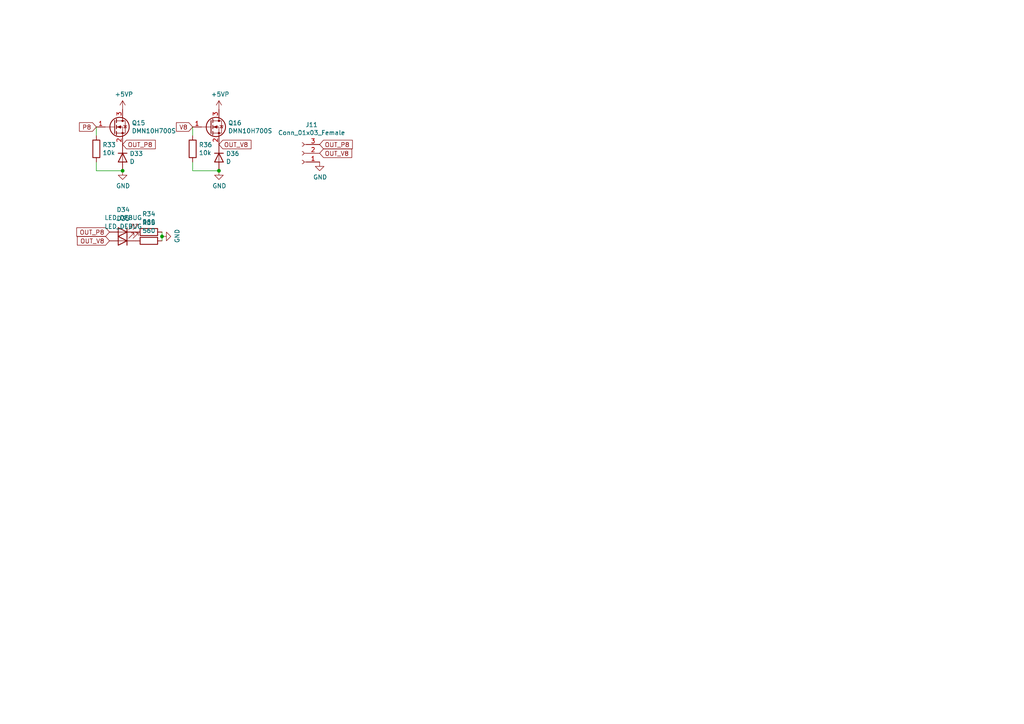
<source format=kicad_sch>
(kicad_sch (version 20211123) (generator eeschema)
  (paper "A4")
  (lib_symbols
    (symbol "Connector:Conn_01x03_Female" (pin_names (offset 1.016) hide)
      (property "Reference" "J" (at 0 5.08 0))
      (property "Value" "Conn_01x03_Female" (at 0 -5.08 0))
      (symbol "Conn_01x03_Female_1_1"
        (arc (start 0 -2.032) (mid -0.508 -2.54) (end 0 -3.048) (stroke (width 0.1524)))
        (polyline (pts (xy -1.27 -2.54) (xy -0.508 -2.54)) (stroke (width 0.1524)))
        (polyline (pts (xy -1.27 0) (xy -0.508 0)) (stroke (width 0.1524)))
        (polyline (pts (xy -1.27 2.54) (xy -0.508 2.54)) (stroke (width 0.1524)))
        (arc (start 0 0.508) (mid -0.508 0) (end 0 -0.508) (stroke (width 0.1524)))
        (arc (start 0 3.048) (mid -0.508 2.54) (end 0 2.032) (stroke (width 0.1524)))
        (pin passive line (at -5.08 2.54 0) (length 3.81) (name "Pin_1") (number "1"))
        (pin passive line (at -5.08 0 0) (length 3.81) (name "Pin_2") (number "2"))
        (pin passive line (at -5.08 -2.54 0) (length 3.81) (name "Pin_3") (number "3"))
      )
    )
    (symbol "Device:D" (pin_numbers hide) (pin_names (offset 1.016) hide)
      (property "Reference" "D" (at 0 2.54 0))
      (property "Value" "D" (at 0 -2.54 0))
      (symbol "D_0_1"
        (polyline (pts (xy -1.27 1.27) (xy -1.27 -1.27)) (stroke (width 0.254)))
        (polyline (pts (xy 1.27 0) (xy -1.27 0)))
        (polyline (pts (xy 1.27 1.27) (xy 1.27 -1.27) (xy -1.27 0) (xy 1.27 1.27)) (stroke (width 0.254)))
      )
      (symbol "D_1_1"
        (pin passive line (at -3.81 0 0) (length 2.54) (name "K") (number "1"))
        (pin passive line (at 3.81 0 180) (length 2.54) (name "A") (number "2"))
      )
    )
    (symbol "Device:LED" (pin_numbers hide) (pin_names (offset 1.016) hide)
      (property "Reference" "D" (at 0 2.54 0))
      (property "Value" "LED" (at 0 -2.54 0))
      (symbol "LED_0_1"
        (polyline (pts (xy -1.27 -1.27) (xy -1.27 1.27)) (stroke (width 0.254)))
        (polyline (pts (xy -1.27 0) (xy 1.27 0)))
        (polyline (pts (xy 1.27 -1.27) (xy 1.27 1.27) (xy -1.27 0) (xy 1.27 -1.27)) (stroke (width 0.254)))
        (polyline (pts (xy -3.048 -0.762) (xy -4.572 -2.286) (xy -3.81 -2.286) (xy -4.572 -2.286) (xy -4.572 -1.524)))
        (polyline (pts (xy -1.778 -0.762) (xy -3.302 -2.286) (xy -2.54 -2.286) (xy -3.302 -2.286) (xy -3.302 -1.524)))
      )
      (symbol "LED_1_1"
        (pin passive line (at -3.81 0 0) (length 2.54) (name "K") (number "1"))
        (pin passive line (at 3.81 0 180) (length 2.54) (name "A") (number "2"))
      )
    )
    (symbol "Device:R" (pin_numbers hide) (pin_names (offset 0))
      (property "Reference" "R" (at 2.032 0 90))
      (property "Value" "R" (at 0 0 90))
      (symbol "R_0_1"
        (rectangle (start -1.016 -2.54) (end 1.016 2.54) (stroke (width 0.254)))
      )
      (symbol "R_1_1"
        (pin passive line (at 0 3.81 270) (length 1.27) (name "~") (number "1"))
        (pin passive line (at 0 -3.81 90) (length 1.27) (name "~") (number "2"))
      )
    )
    (symbol "Transistor_FET:DMN10H700S" (pin_names hide)
      (property "Reference" "Q" (at 5.08 1.905 0))
      (property "Value" "DMN10H700S" (at 5.08 0 0))
      (symbol "DMN10H700S_0_1"
        (polyline (pts (xy 0.254 0) (xy -2.54 0)))
        (polyline (pts (xy 0.254 1.905) (xy 0.254 -1.905)) (stroke (width 0.254)))
        (polyline (pts (xy 0.762 -1.27) (xy 0.762 -2.286)) (stroke (width 0.254)))
        (polyline (pts (xy 0.762 0.508) (xy 0.762 -0.508)) (stroke (width 0.254)))
        (polyline (pts (xy 0.762 2.286) (xy 0.762 1.27)) (stroke (width 0.254)))
        (polyline (pts (xy 2.54 2.54) (xy 2.54 1.778)))
        (polyline (pts (xy 2.54 -2.54) (xy 2.54 0) (xy 0.762 0)))
        (polyline (pts (xy 0.762 -1.778) (xy 3.302 -1.778) (xy 3.302 1.778) (xy 0.762 1.778)))
        (polyline (pts (xy 1.016 0) (xy 2.032 0.381) (xy 2.032 -0.381) (xy 1.016 0)) (fill (type outline)))
        (polyline (pts (xy 2.794 0.508) (xy 2.921 0.381) (xy 3.683 0.381) (xy 3.81 0.254)))
        (polyline (pts (xy 3.302 0.381) (xy 2.921 -0.254) (xy 3.683 -0.254) (xy 3.302 0.381)))
        (circle (center 1.651 0) (radius 2.794) (stroke (width 0.254)))
        (circle (center 2.54 -1.778) (radius 0.254) (fill (type outline)))
        (circle (center 2.54 1.778) (radius 0.254) (fill (type outline)))
      )
      (symbol "DMN10H700S_1_1"
        (pin input line (at -5.08 0 0) (length 2.54) (name "G") (number "1"))
        (pin passive line (at 2.54 -5.08 90) (length 2.54) (name "S") (number "2"))
        (pin passive line (at 2.54 5.08 270) (length 2.54) (name "D") (number "3"))
      )
    )
    (symbol "power:+5VP" (power) (pin_names (offset 0))
      (property "Value" "+5VP" (at 0 3.556 0))
      (symbol "+5VP_0_1"
        (polyline (pts (xy -0.762 1.27) (xy 0 2.54)))
        (polyline (pts (xy 0 0) (xy 0 2.54)))
        (polyline (pts (xy 0 2.54) (xy 0.762 1.27)))
      )
      (symbol "+5VP_1_1"
        (pin power_in line (at 0 0 90) (length 0) hide (name "+5VP") (number "1"))
      )
    )
    (symbol "power:GND" (power) (pin_names (offset 0))
      (property "Value" "GND" (at 0 -3.81 0))
      (symbol "GND_0_1"
        (polyline (pts (xy 0 0) (xy 0 -1.27) (xy 1.27 -1.27) (xy 0 -2.54) (xy -1.27 -1.27) (xy 0 -1.27)))
      )
      (symbol "GND_1_1"
        (pin power_in line (at 0 0 270) (length 0) hide (name "GND") (number "1"))
      )
    )
  )
  (junction (at 46.99 68.58))
  (junction (at 63.5 49.53))
  (junction (at 35.56 49.53))
  (wire (pts (xy 27.94 39.37) (xy 27.94 36.83)))
  (wire (pts (xy 46.99 68.58) (xy 46.99 69.85)))
  (wire (pts (xy 27.94 46.99) (xy 27.94 49.53)))
  (wire (pts (xy 55.88 46.99) (xy 55.88 49.53)))
  (wire (pts (xy 27.94 49.53) (xy 35.56 49.53)))
  (wire (pts (xy 55.88 39.37) (xy 55.88 36.83)))
  (wire (pts (xy 55.88 49.53) (xy 63.5 49.53)))
  (wire (pts (xy 46.99 67.31) (xy 46.99 68.58)))
  (global_label "OUT_V8" (shape input) (at 31.75 69.85 180) (property "Intersheet References" "${INTERSHEET_REFS}" (effects hide)))
  (global_label "P8" (shape input) (at 27.94 36.83 180) (property "Intersheet References" "${INTERSHEET_REFS}" (effects hide)))
  (global_label "V8" (shape input) (at 55.88 36.83 180) (property "Intersheet References" "${INTERSHEET_REFS}" (effects hide)))
  (global_label "OUT_P8" (shape input) (at 35.56 41.91 0) (property "Intersheet References" "${INTERSHEET_REFS}" (effects hide)))
  (global_label "OUT_P8" (shape input) (at 92.71 41.91 0) (property "Intersheet References" "${INTERSHEET_REFS}" (effects hide)))
  (global_label "OUT_P8" (shape input) (at 31.75 67.31 180) (property "Intersheet References" "${INTERSHEET_REFS}" (effects hide)))
  (global_label "OUT_V8" (shape input) (at 63.5 41.91 0) (property "Intersheet References" "${INTERSHEET_REFS}" (effects hide)))
  (global_label "OUT_V8" (shape input) (at 92.71 44.45 0) (property "Intersheet References" "${INTERSHEET_REFS}" (effects hide)))
  (symbol (lib_id "Device:LED") (at 35.56 67.31 180)
    (property "Reference" "D34" (at 35.7378 60.833 0))
    (property "Value" "LED_DEBUG" (at 35.7378 63.1444 0))
    (property "Footprint" "LED_SMD:LED_0805_2012Metric_Pad1.15x1.40mm_HandSolder" (effects hide))
  )
  (symbol (lib_id "power:GND") (at 63.5 49.53 0)
    (property "Reference" "#PWR075" (effects hide))
    (property "Value" "GND" (at 63.627 53.9242 0))
  )
  (symbol (lib_id "Device:R") (at 43.18 69.85 270)
    (property "Reference" "R35" (at 43.18 64.5922 90))
    (property "Value" "560" (at 43.18 66.9036 90))
    (property "Footprint" "Resistor_SMD:R_0805_2012Metric_Pad1.20x1.40mm_HandSolder" (effects hide))
  )
  (symbol (lib_id "power:GND") (at 46.99 68.58 90)
    (property "Reference" "#PWR067" (effects hide))
    (property "Value" "GND" (at 51.3842 68.453 0))
  )
  (symbol (lib_id "Device:R") (at 55.88 43.18 180)
    (property "Reference" "R36" (at 57.658 42.0116 0) (effects (justify right)))
    (property "Value" "10k" (at 57.658 44.323 0) (effects (justify right)))
    (property "Footprint" "Resistor_SMD:R_0805_2012Metric_Pad1.20x1.40mm_HandSolder" (effects hide))
  )
  (symbol (lib_id "power:GND") (at 92.71 46.99 0)
    (property "Reference" "#PWR076" (effects hide))
    (property "Value" "GND" (at 92.837 51.3842 0))
  )
  (symbol (lib_id "power:+5VP") (at 35.56 31.75 0)
    (property "Reference" "#PWR065" (effects hide))
    (property "Value" "+5VP" (at 35.941 27.3558 0))
  )
  (symbol (lib_id "Device:D") (at 35.56 45.72 270)
    (property "Reference" "D33" (at 37.592 44.5516 90) (effects (justify left)))
    (property "Value" "D" (at 37.592 46.863 90) (effects (justify left)))
    (property "Footprint" "Diode_SMD:D_SOD-123" (effects hide))
  )
  (symbol (lib_id "Transistor_FET:DMN10H700S") (at 33.02 36.83 0)
    (property "Reference" "Q15" (at 38.2016 35.6616 0) (effects (justify left)))
    (property "Value" "DMN10H700S" (at 38.2016 37.973 0) (effects (justify left)))
    (property "Footprint" "Package_TO_SOT_SMD:SOT-23" (effects hide))
    (property "Datasheet" "http://www.diodes.com/assets/Datasheets/DMN10H700S.pdf" (effects hide))
  )
  (symbol (lib_id "Device:R") (at 43.18 67.31 270)
    (property "Reference" "R34" (at 43.18 62.0522 90))
    (property "Value" "560" (at 43.18 64.3636 90))
    (property "Footprint" "Resistor_SMD:R_0805_2012Metric_Pad1.20x1.40mm_HandSolder" (effects hide))
  )
  (symbol (lib_id "power:GND") (at 35.56 49.53 0)
    (property "Reference" "#PWR066" (effects hide))
    (property "Value" "GND" (at 35.687 53.9242 0))
  )
  (symbol (lib_id "Device:R") (at 27.94 43.18 180)
    (property "Reference" "R33" (at 29.718 42.0116 0) (effects (justify right)))
    (property "Value" "10k" (at 29.718 44.323 0) (effects (justify right)))
    (property "Footprint" "Resistor_SMD:R_0805_2012Metric_Pad1.20x1.40mm_HandSolder" (effects hide))
  )
  (symbol (lib_id "Transistor_FET:DMN10H700S") (at 60.96 36.83 0)
    (property "Reference" "Q16" (at 66.1416 35.6616 0) (effects (justify left)))
    (property "Value" "DMN10H700S" (at 66.1416 37.973 0) (effects (justify left)))
    (property "Footprint" "Package_TO_SOT_SMD:SOT-23" (effects hide))
    (property "Datasheet" "http://www.diodes.com/assets/Datasheets/DMN10H700S.pdf" (effects hide))
  )
  (symbol (lib_id "power:+5VP") (at 63.5 31.75 0)
    (property "Reference" "#PWR074" (effects hide))
    (property "Value" "+5VP" (at 63.881 27.3558 0))
  )
  (symbol (lib_id "Device:D") (at 63.5 45.72 270)
    (property "Reference" "D36" (at 65.532 44.5516 90) (effects (justify left)))
    (property "Value" "D" (at 65.532 46.863 90) (effects (justify left)))
    (property "Footprint" "Diode_SMD:D_SOD-123" (effects hide))
  )
  (symbol (lib_id "Connector:Conn_01x03_Female") (at 87.63 44.45 180)
    (property "Reference" "J11" (at 90.3732 36.195 0))
    (property "Value" "Conn_01x03_Female" (at 90.3732 38.5064 0))
    (property "Footprint" "AREA_lib_Connector:Wuerth_2.54mm_3pins_61900311121" (effects hide))
  )
  (symbol (lib_id "Device:LED") (at 35.56 69.85 180)
    (property "Reference" "D35" (at 35.7378 63.373 0))
    (property "Value" "LED_DEBUG" (at 35.7378 65.6844 0))
    (property "Footprint" "LED_SMD:LED_0805_2012Metric_Pad1.15x1.40mm_HandSolder" (effects hide))
  )
)
</source>
